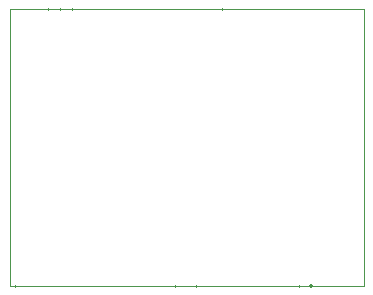
<source format=gbr>
%TF.GenerationSoftware,KiCad,Pcbnew,9.0.0*%
%TF.CreationDate,2025-04-09T20:53:41+01:00*%
%TF.ProjectId,vm_rp2040_brain_0.1,766d5f72-7032-4303-9430-5f627261696e,rev?*%
%TF.SameCoordinates,Original*%
%TF.FileFunction,Other,ECO1*%
%FSLAX45Y45*%
G04 Gerber Fmt 4.5, Leading zero omitted, Abs format (unit mm)*
G04 Created by KiCad (PCBNEW 9.0.0) date 2025-04-09 20:53:41*
%MOMM*%
%LPD*%
G01*
G04 APERTURE LIST*
%ADD10C,0.140000*%
%ADD11C,0.110000*%
%ADD12C,0.200000*%
%ADD13C,0.250000*%
%ADD14C,0.210000*%
%ADD15C,0.220000*%
%ADD16C,0.100000*%
%ADD17C,0.240000*%
%ADD18C,0.170000*%
%ADD19C,0.120000*%
%ADD20C,0.290000*%
%ADD21C,0.300000*%
%ADD22C,0.270000*%
%ADD23C,0.260000*%
%ADD24C,0.130000*%
%ADD25C,0.230000*%
%ADD26C,0.280000*%
G04 APERTURE END LIST*
D10*
X900000Y1175000D02*
X900000Y1175000D01*
D11*
X-1500000Y-725000D02*
X-1500000Y-725000D01*
D12*
X625000Y1175000D02*
X625000Y1175000D01*
D13*
X-1175000Y1175000D02*
X-1175000Y1175000D01*
D14*
X475000Y1175000D02*
X475000Y1175000D01*
D15*
X300000Y1175000D02*
X300000Y1175000D01*
D16*
X-1500000Y1175000D02*
X1500000Y1175000D01*
X1500000Y-1175000D02*
X-1500000Y-1175000D01*
D17*
X-1075000Y1175000D02*
X-1075000Y1175000D01*
D18*
X750000Y1175000D02*
X750000Y1175000D01*
D19*
X1150000Y1175000D02*
X1150000Y1175000D01*
D20*
X950000Y-1175000D02*
X950000Y-1175000D01*
D16*
X-1500000Y-1175000D02*
X-1500000Y1175000D01*
D21*
X1050000Y-1175000D02*
X1050000Y-1175000D01*
D22*
X-100000Y-1175000D02*
X-100000Y-1175000D01*
D16*
X1500000Y1175000D02*
X1500000Y-1175000D01*
D23*
X-1450000Y-1175000D02*
X-1450000Y-1175000D01*
D24*
X-1425000Y1175000D02*
X-1425000Y1175000D01*
D25*
X-975000Y1175000D02*
X-975000Y1175000D01*
D26*
X75000Y-1175000D02*
X75000Y-1175000D01*
M02*

</source>
